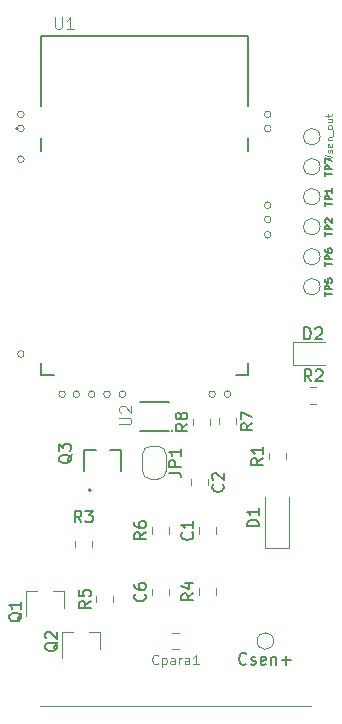
<source format=gbr>
G04 #@! TF.GenerationSoftware,KiCad,Pcbnew,(5.1.2-1)-1*
G04 #@! TF.CreationDate,2021-02-23T21:51:24+01:00*
G04 #@! TF.ProjectId,parasite,70617261-7369-4746-952e-6b696361645f,1.1.0*
G04 #@! TF.SameCoordinates,Original*
G04 #@! TF.FileFunction,Legend,Top*
G04 #@! TF.FilePolarity,Positive*
%FSLAX46Y46*%
G04 Gerber Fmt 4.6, Leading zero omitted, Abs format (unit mm)*
G04 Created by KiCad (PCBNEW (5.1.2-1)-1) date 2021-02-23 21:51:24*
%MOMM*%
%LPD*%
G04 APERTURE LIST*
%ADD10C,0.120000*%
%ADD11C,0.100000*%
%ADD12C,0.127000*%
%ADD13C,0.200000*%
%ADD14C,0.120124*%
%ADD15C,0.015000*%
%ADD16C,0.150000*%
%ADD17C,0.125000*%
G04 APERTURE END LIST*
D10*
X122682843Y-72600000D02*
G75*
G03X122682843Y-72600000I-282843J0D01*
G01*
X121382843Y-72600000D02*
G75*
G03X121382843Y-72600000I-282843J0D01*
G01*
X126082843Y-48900000D02*
G75*
G03X126082843Y-48900000I-282843J0D01*
G01*
X126082843Y-50100000D02*
G75*
G03X126082843Y-50100000I-282843J0D01*
G01*
X126082843Y-56600000D02*
G75*
G03X126082843Y-56600000I-282843J0D01*
G01*
X126082843Y-57800000D02*
G75*
G03X126082843Y-57800000I-282843J0D01*
G01*
X126082843Y-59100000D02*
G75*
G03X126082843Y-59100000I-282843J0D01*
G01*
X113782843Y-72600000D02*
G75*
G03X113782843Y-72600000I-282843J0D01*
G01*
X112482843Y-72600000D02*
G75*
G03X112482843Y-72600000I-282843J0D01*
G01*
X111182843Y-72600000D02*
G75*
G03X111182843Y-72600000I-282843J0D01*
G01*
X109882843Y-72600000D02*
G75*
G03X109882843Y-72600000I-282843J0D01*
G01*
X108682843Y-72600000D02*
G75*
G03X108682843Y-72600000I-282843J0D01*
G01*
X105182843Y-69200000D02*
G75*
G03X105182843Y-69200000I-282843J0D01*
G01*
X105182843Y-52700000D02*
G75*
G03X105182843Y-52700000I-282843J0D01*
G01*
X105182843Y-50100000D02*
G75*
G03X105182843Y-50100000I-282843J0D01*
G01*
X105182843Y-48900000D02*
G75*
G03X105182843Y-48900000I-282843J0D01*
G01*
X106500000Y-99000000D02*
X129500000Y-99000000D01*
D11*
X117800000Y-75700000D02*
G75*
G03X117800000Y-75700000I-100000J0D01*
G01*
D12*
X114950000Y-75750000D02*
X117450000Y-75750000D01*
X117450000Y-73250000D02*
X114950000Y-73250000D01*
X124150000Y-70950000D02*
X124150000Y-69925000D01*
X124150000Y-50875000D02*
X124150000Y-51975000D01*
X123105000Y-70950000D02*
X124150000Y-70950000D01*
X106650000Y-70950000D02*
X107695000Y-70950000D01*
X106650000Y-70950000D02*
X106650000Y-69925000D01*
X124150000Y-48165000D02*
X124150000Y-42250000D01*
X124150000Y-42250000D02*
X106650000Y-42250000D01*
X106650000Y-42250000D02*
X106650000Y-48165000D01*
X106650000Y-50875000D02*
X106650000Y-51975000D01*
D13*
X104700000Y-50100000D02*
G75*
G03X104700000Y-50100000I-100000J0D01*
G01*
X110840000Y-80740000D02*
G75*
G03X110840000Y-80740000I-100000J0D01*
G01*
D12*
X113399000Y-77340000D02*
X113399000Y-79140000D01*
X112449000Y-77340000D02*
X113399000Y-77340000D01*
X110281000Y-77340000D02*
X111231000Y-77340000D01*
X110281000Y-79140000D02*
X110281000Y-77340000D01*
D10*
X120910000Y-75196078D02*
X120910000Y-74678922D01*
X119490000Y-75196078D02*
X119490000Y-74678922D01*
X121690000Y-74641422D02*
X121690000Y-75158578D01*
X123110000Y-74641422D02*
X123110000Y-75158578D01*
X119290000Y-79803922D02*
X119290000Y-80321078D01*
X120710000Y-79803922D02*
X120710000Y-80321078D01*
X130240000Y-53340000D02*
G75*
G03X130240000Y-53340000I-700000J0D01*
G01*
X130240000Y-60960000D02*
G75*
G03X130240000Y-60960000I-700000J0D01*
G01*
X130240000Y-63500000D02*
G75*
G03X130240000Y-63500000I-700000J0D01*
G01*
X130240000Y-58420000D02*
G75*
G03X130240000Y-58420000I-700000J0D01*
G01*
X130240000Y-55880000D02*
G75*
G03X130240000Y-55880000I-700000J0D01*
G01*
X129403922Y-73410000D02*
X129921078Y-73410000D01*
X129403922Y-71990000D02*
X129921078Y-71990000D01*
X117200000Y-77700000D02*
X117200000Y-79100000D01*
X116500000Y-79800000D02*
X115900000Y-79800000D01*
X115200000Y-79100000D02*
X115200000Y-77700000D01*
X115900000Y-77000000D02*
X116500000Y-77000000D01*
X116500000Y-77000000D02*
G75*
G02X117200000Y-77700000I0J-700000D01*
G01*
X115200000Y-77700000D02*
G75*
G02X115900000Y-77000000I700000J0D01*
G01*
X115900000Y-79800000D02*
G75*
G02X115200000Y-79100000I0J700000D01*
G01*
X117200000Y-79100000D02*
G75*
G02X116500000Y-79800000I-700000J0D01*
G01*
X127935000Y-70105000D02*
X130620000Y-70105000D01*
X127935000Y-68185000D02*
X127935000Y-70105000D01*
X130620000Y-68185000D02*
X127935000Y-68185000D01*
X111580000Y-92740000D02*
X111580000Y-94200000D01*
X108420000Y-92740000D02*
X108420000Y-94900000D01*
X108420000Y-92740000D02*
X109350000Y-92740000D01*
X111580000Y-92740000D02*
X110650000Y-92740000D01*
X108530000Y-89240000D02*
X108530000Y-90700000D01*
X105370000Y-89240000D02*
X105370000Y-91400000D01*
X105370000Y-89240000D02*
X106300000Y-89240000D01*
X108530000Y-89240000D02*
X107600000Y-89240000D01*
X117741422Y-94210000D02*
X118258578Y-94210000D01*
X117741422Y-92790000D02*
X118258578Y-92790000D01*
X121410000Y-84396078D02*
X121410000Y-83878922D01*
X119990000Y-84396078D02*
X119990000Y-83878922D01*
X125600000Y-81300000D02*
X125600000Y-85600000D01*
X125600000Y-85600000D02*
X127600000Y-85600000D01*
X127600000Y-85600000D02*
X127600000Y-81300000D01*
X127310000Y-78121078D02*
X127310000Y-77603922D01*
X125890000Y-78121078D02*
X125890000Y-77603922D01*
X110910000Y-85003922D02*
X110910000Y-85521078D01*
X109490000Y-85003922D02*
X109490000Y-85521078D01*
X121410000Y-89558578D02*
X121410000Y-89041422D01*
X119990000Y-89558578D02*
X119990000Y-89041422D01*
X112710000Y-90196078D02*
X112710000Y-89678922D01*
X111290000Y-90196078D02*
X111290000Y-89678922D01*
X115990000Y-84396078D02*
X115990000Y-83878922D01*
X117410000Y-84396078D02*
X117410000Y-83878922D01*
X126300000Y-93500000D02*
G75*
G03X126300000Y-93500000I-700000J0D01*
G01*
X130240000Y-50800000D02*
G75*
G03X130240000Y-50800000I-700000J0D01*
G01*
X115990000Y-89621078D02*
X115990000Y-89103922D01*
X117410000Y-89621078D02*
X117410000Y-89103922D01*
D14*
X113252380Y-75161904D02*
X114061904Y-75161904D01*
X114157142Y-75114285D01*
X114204761Y-75066666D01*
X114252380Y-74971428D01*
X114252380Y-74780952D01*
X114204761Y-74685714D01*
X114157142Y-74638095D01*
X114061904Y-74590476D01*
X113252380Y-74590476D01*
X113347619Y-74161904D02*
X113300000Y-74114285D01*
X113252380Y-74019047D01*
X113252380Y-73780952D01*
X113300000Y-73685714D01*
X113347619Y-73638095D01*
X113442857Y-73590476D01*
X113538095Y-73590476D01*
X113680952Y-73638095D01*
X114252380Y-74209523D01*
X114252380Y-73590476D01*
D15*
X107813095Y-40677380D02*
X107813095Y-41486904D01*
X107860714Y-41582142D01*
X107908333Y-41629761D01*
X108003571Y-41677380D01*
X108194047Y-41677380D01*
X108289285Y-41629761D01*
X108336904Y-41582142D01*
X108384523Y-41486904D01*
X108384523Y-40677380D01*
X109384523Y-41677380D02*
X108813095Y-41677380D01*
X109098809Y-41677380D02*
X109098809Y-40677380D01*
X109003571Y-40820238D01*
X108908333Y-40915476D01*
X108813095Y-40963095D01*
D16*
X109212619Y-77700238D02*
X109165000Y-77795476D01*
X109069761Y-77890714D01*
X108926904Y-78033571D01*
X108879285Y-78128809D01*
X108879285Y-78224047D01*
X109117380Y-78176428D02*
X109069761Y-78271666D01*
X108974523Y-78366904D01*
X108784047Y-78414523D01*
X108450714Y-78414523D01*
X108260238Y-78366904D01*
X108165000Y-78271666D01*
X108117380Y-78176428D01*
X108117380Y-77985952D01*
X108165000Y-77890714D01*
X108260238Y-77795476D01*
X108450714Y-77747857D01*
X108784047Y-77747857D01*
X108974523Y-77795476D01*
X109069761Y-77890714D01*
X109117380Y-77985952D01*
X109117380Y-78176428D01*
X108117380Y-77414523D02*
X108117380Y-76795476D01*
X108498333Y-77128809D01*
X108498333Y-76985952D01*
X108545952Y-76890714D01*
X108593571Y-76843095D01*
X108688809Y-76795476D01*
X108926904Y-76795476D01*
X109022142Y-76843095D01*
X109069761Y-76890714D01*
X109117380Y-76985952D01*
X109117380Y-77271666D01*
X109069761Y-77366904D01*
X109022142Y-77414523D01*
X119002380Y-75104166D02*
X118526190Y-75437500D01*
X119002380Y-75675595D02*
X118002380Y-75675595D01*
X118002380Y-75294642D01*
X118050000Y-75199404D01*
X118097619Y-75151785D01*
X118192857Y-75104166D01*
X118335714Y-75104166D01*
X118430952Y-75151785D01*
X118478571Y-75199404D01*
X118526190Y-75294642D01*
X118526190Y-75675595D01*
X118430952Y-74532738D02*
X118383333Y-74627976D01*
X118335714Y-74675595D01*
X118240476Y-74723214D01*
X118192857Y-74723214D01*
X118097619Y-74675595D01*
X118050000Y-74627976D01*
X118002380Y-74532738D01*
X118002380Y-74342261D01*
X118050000Y-74247023D01*
X118097619Y-74199404D01*
X118192857Y-74151785D01*
X118240476Y-74151785D01*
X118335714Y-74199404D01*
X118383333Y-74247023D01*
X118430952Y-74342261D01*
X118430952Y-74532738D01*
X118478571Y-74627976D01*
X118526190Y-74675595D01*
X118621428Y-74723214D01*
X118811904Y-74723214D01*
X118907142Y-74675595D01*
X118954761Y-74627976D01*
X119002380Y-74532738D01*
X119002380Y-74342261D01*
X118954761Y-74247023D01*
X118907142Y-74199404D01*
X118811904Y-74151785D01*
X118621428Y-74151785D01*
X118526190Y-74199404D01*
X118478571Y-74247023D01*
X118430952Y-74342261D01*
X124502380Y-75066666D02*
X124026190Y-75400000D01*
X124502380Y-75638095D02*
X123502380Y-75638095D01*
X123502380Y-75257142D01*
X123550000Y-75161904D01*
X123597619Y-75114285D01*
X123692857Y-75066666D01*
X123835714Y-75066666D01*
X123930952Y-75114285D01*
X123978571Y-75161904D01*
X124026190Y-75257142D01*
X124026190Y-75638095D01*
X123502380Y-74733333D02*
X123502380Y-74066666D01*
X124502380Y-74495238D01*
X122007142Y-80229166D02*
X122054761Y-80276785D01*
X122102380Y-80419642D01*
X122102380Y-80514880D01*
X122054761Y-80657738D01*
X121959523Y-80752976D01*
X121864285Y-80800595D01*
X121673809Y-80848214D01*
X121530952Y-80848214D01*
X121340476Y-80800595D01*
X121245238Y-80752976D01*
X121150000Y-80657738D01*
X121102380Y-80514880D01*
X121102380Y-80419642D01*
X121150000Y-80276785D01*
X121197619Y-80229166D01*
X121197619Y-79848214D02*
X121150000Y-79800595D01*
X121102380Y-79705357D01*
X121102380Y-79467261D01*
X121150000Y-79372023D01*
X121197619Y-79324404D01*
X121292857Y-79276785D01*
X121388095Y-79276785D01*
X121530952Y-79324404D01*
X122102380Y-79895833D01*
X122102380Y-79276785D01*
X130659428Y-54097142D02*
X130659428Y-53754285D01*
X131259428Y-53925714D02*
X130659428Y-53925714D01*
X131259428Y-53554285D02*
X130659428Y-53554285D01*
X130659428Y-53325714D01*
X130688000Y-53268571D01*
X130716571Y-53240000D01*
X130773714Y-53211428D01*
X130859428Y-53211428D01*
X130916571Y-53240000D01*
X130945142Y-53268571D01*
X130973714Y-53325714D01*
X130973714Y-53554285D01*
X130659428Y-53011428D02*
X130659428Y-52611428D01*
X131259428Y-52868571D01*
X130659428Y-61717142D02*
X130659428Y-61374285D01*
X131259428Y-61545714D02*
X130659428Y-61545714D01*
X131259428Y-61174285D02*
X130659428Y-61174285D01*
X130659428Y-60945714D01*
X130688000Y-60888571D01*
X130716571Y-60860000D01*
X130773714Y-60831428D01*
X130859428Y-60831428D01*
X130916571Y-60860000D01*
X130945142Y-60888571D01*
X130973714Y-60945714D01*
X130973714Y-61174285D01*
X130659428Y-60317142D02*
X130659428Y-60431428D01*
X130688000Y-60488571D01*
X130716571Y-60517142D01*
X130802285Y-60574285D01*
X130916571Y-60602857D01*
X131145142Y-60602857D01*
X131202285Y-60574285D01*
X131230857Y-60545714D01*
X131259428Y-60488571D01*
X131259428Y-60374285D01*
X131230857Y-60317142D01*
X131202285Y-60288571D01*
X131145142Y-60260000D01*
X131002285Y-60260000D01*
X130945142Y-60288571D01*
X130916571Y-60317142D01*
X130888000Y-60374285D01*
X130888000Y-60488571D01*
X130916571Y-60545714D01*
X130945142Y-60574285D01*
X131002285Y-60602857D01*
X130659428Y-64257142D02*
X130659428Y-63914285D01*
X131259428Y-64085714D02*
X130659428Y-64085714D01*
X131259428Y-63714285D02*
X130659428Y-63714285D01*
X130659428Y-63485714D01*
X130688000Y-63428571D01*
X130716571Y-63400000D01*
X130773714Y-63371428D01*
X130859428Y-63371428D01*
X130916571Y-63400000D01*
X130945142Y-63428571D01*
X130973714Y-63485714D01*
X130973714Y-63714285D01*
X130659428Y-62828571D02*
X130659428Y-63114285D01*
X130945142Y-63142857D01*
X130916571Y-63114285D01*
X130888000Y-63057142D01*
X130888000Y-62914285D01*
X130916571Y-62857142D01*
X130945142Y-62828571D01*
X131002285Y-62800000D01*
X131145142Y-62800000D01*
X131202285Y-62828571D01*
X131230857Y-62857142D01*
X131259428Y-62914285D01*
X131259428Y-63057142D01*
X131230857Y-63114285D01*
X131202285Y-63142857D01*
X130659428Y-59177142D02*
X130659428Y-58834285D01*
X131259428Y-59005714D02*
X130659428Y-59005714D01*
X131259428Y-58634285D02*
X130659428Y-58634285D01*
X130659428Y-58405714D01*
X130688000Y-58348571D01*
X130716571Y-58320000D01*
X130773714Y-58291428D01*
X130859428Y-58291428D01*
X130916571Y-58320000D01*
X130945142Y-58348571D01*
X130973714Y-58405714D01*
X130973714Y-58634285D01*
X130716571Y-58062857D02*
X130688000Y-58034285D01*
X130659428Y-57977142D01*
X130659428Y-57834285D01*
X130688000Y-57777142D01*
X130716571Y-57748571D01*
X130773714Y-57720000D01*
X130830857Y-57720000D01*
X130916571Y-57748571D01*
X131259428Y-58091428D01*
X131259428Y-57720000D01*
X130659428Y-56637142D02*
X130659428Y-56294285D01*
X131259428Y-56465714D02*
X130659428Y-56465714D01*
X131259428Y-56094285D02*
X130659428Y-56094285D01*
X130659428Y-55865714D01*
X130688000Y-55808571D01*
X130716571Y-55780000D01*
X130773714Y-55751428D01*
X130859428Y-55751428D01*
X130916571Y-55780000D01*
X130945142Y-55808571D01*
X130973714Y-55865714D01*
X130973714Y-56094285D01*
X131259428Y-55180000D02*
X131259428Y-55522857D01*
X131259428Y-55351428D02*
X130659428Y-55351428D01*
X130745142Y-55408571D01*
X130802285Y-55465714D01*
X130830857Y-55522857D01*
X129495833Y-71502380D02*
X129162500Y-71026190D01*
X128924404Y-71502380D02*
X128924404Y-70502380D01*
X129305357Y-70502380D01*
X129400595Y-70550000D01*
X129448214Y-70597619D01*
X129495833Y-70692857D01*
X129495833Y-70835714D01*
X129448214Y-70930952D01*
X129400595Y-70978571D01*
X129305357Y-71026190D01*
X128924404Y-71026190D01*
X129876785Y-70597619D02*
X129924404Y-70550000D01*
X130019642Y-70502380D01*
X130257738Y-70502380D01*
X130352976Y-70550000D01*
X130400595Y-70597619D01*
X130448214Y-70692857D01*
X130448214Y-70788095D01*
X130400595Y-70930952D01*
X129829166Y-71502380D01*
X130448214Y-71502380D01*
X117452380Y-79233333D02*
X118166666Y-79233333D01*
X118309523Y-79280952D01*
X118404761Y-79376190D01*
X118452380Y-79519047D01*
X118452380Y-79614285D01*
X118452380Y-78757142D02*
X117452380Y-78757142D01*
X117452380Y-78376190D01*
X117500000Y-78280952D01*
X117547619Y-78233333D01*
X117642857Y-78185714D01*
X117785714Y-78185714D01*
X117880952Y-78233333D01*
X117928571Y-78280952D01*
X117976190Y-78376190D01*
X117976190Y-78757142D01*
X118452380Y-77233333D02*
X118452380Y-77804761D01*
X118452380Y-77519047D02*
X117452380Y-77519047D01*
X117595238Y-77614285D01*
X117690476Y-77709523D01*
X117738095Y-77804761D01*
X128881904Y-67947380D02*
X128881904Y-66947380D01*
X129120000Y-66947380D01*
X129262857Y-66995000D01*
X129358095Y-67090238D01*
X129405714Y-67185476D01*
X129453333Y-67375952D01*
X129453333Y-67518809D01*
X129405714Y-67709285D01*
X129358095Y-67804523D01*
X129262857Y-67899761D01*
X129120000Y-67947380D01*
X128881904Y-67947380D01*
X129834285Y-67042619D02*
X129881904Y-66995000D01*
X129977142Y-66947380D01*
X130215238Y-66947380D01*
X130310476Y-66995000D01*
X130358095Y-67042619D01*
X130405714Y-67137857D01*
X130405714Y-67233095D01*
X130358095Y-67375952D01*
X129786666Y-67947380D01*
X130405714Y-67947380D01*
X108047619Y-93595238D02*
X108000000Y-93690476D01*
X107904761Y-93785714D01*
X107761904Y-93928571D01*
X107714285Y-94023809D01*
X107714285Y-94119047D01*
X107952380Y-94071428D02*
X107904761Y-94166666D01*
X107809523Y-94261904D01*
X107619047Y-94309523D01*
X107285714Y-94309523D01*
X107095238Y-94261904D01*
X107000000Y-94166666D01*
X106952380Y-94071428D01*
X106952380Y-93880952D01*
X107000000Y-93785714D01*
X107095238Y-93690476D01*
X107285714Y-93642857D01*
X107619047Y-93642857D01*
X107809523Y-93690476D01*
X107904761Y-93785714D01*
X107952380Y-93880952D01*
X107952380Y-94071428D01*
X107047619Y-93261904D02*
X107000000Y-93214285D01*
X106952380Y-93119047D01*
X106952380Y-92880952D01*
X107000000Y-92785714D01*
X107047619Y-92738095D01*
X107142857Y-92690476D01*
X107238095Y-92690476D01*
X107380952Y-92738095D01*
X107952380Y-93309523D01*
X107952380Y-92690476D01*
X104997619Y-91095238D02*
X104950000Y-91190476D01*
X104854761Y-91285714D01*
X104711904Y-91428571D01*
X104664285Y-91523809D01*
X104664285Y-91619047D01*
X104902380Y-91571428D02*
X104854761Y-91666666D01*
X104759523Y-91761904D01*
X104569047Y-91809523D01*
X104235714Y-91809523D01*
X104045238Y-91761904D01*
X103950000Y-91666666D01*
X103902380Y-91571428D01*
X103902380Y-91380952D01*
X103950000Y-91285714D01*
X104045238Y-91190476D01*
X104235714Y-91142857D01*
X104569047Y-91142857D01*
X104759523Y-91190476D01*
X104854761Y-91285714D01*
X104902380Y-91380952D01*
X104902380Y-91571428D01*
X104902380Y-90190476D02*
X104902380Y-90761904D01*
X104902380Y-90476190D02*
X103902380Y-90476190D01*
X104045238Y-90571428D01*
X104140476Y-90666666D01*
X104188095Y-90761904D01*
D10*
X116533333Y-95385714D02*
X116495238Y-95423809D01*
X116380952Y-95461904D01*
X116304761Y-95461904D01*
X116190476Y-95423809D01*
X116114285Y-95347619D01*
X116076190Y-95271428D01*
X116038095Y-95119047D01*
X116038095Y-95004761D01*
X116076190Y-94852380D01*
X116114285Y-94776190D01*
X116190476Y-94700000D01*
X116304761Y-94661904D01*
X116380952Y-94661904D01*
X116495238Y-94700000D01*
X116533333Y-94738095D01*
X116876190Y-94928571D02*
X116876190Y-95728571D01*
X116876190Y-94966666D02*
X116952380Y-94928571D01*
X117104761Y-94928571D01*
X117180952Y-94966666D01*
X117219047Y-95004761D01*
X117257142Y-95080952D01*
X117257142Y-95309523D01*
X117219047Y-95385714D01*
X117180952Y-95423809D01*
X117104761Y-95461904D01*
X116952380Y-95461904D01*
X116876190Y-95423809D01*
X117942857Y-95461904D02*
X117942857Y-95042857D01*
X117904761Y-94966666D01*
X117828571Y-94928571D01*
X117676190Y-94928571D01*
X117600000Y-94966666D01*
X117942857Y-95423809D02*
X117866666Y-95461904D01*
X117676190Y-95461904D01*
X117600000Y-95423809D01*
X117561904Y-95347619D01*
X117561904Y-95271428D01*
X117600000Y-95195238D01*
X117676190Y-95157142D01*
X117866666Y-95157142D01*
X117942857Y-95119047D01*
X118323809Y-95461904D02*
X118323809Y-94928571D01*
X118323809Y-95080952D02*
X118361904Y-95004761D01*
X118400000Y-94966666D01*
X118476190Y-94928571D01*
X118552380Y-94928571D01*
X119161904Y-95461904D02*
X119161904Y-95042857D01*
X119123809Y-94966666D01*
X119047619Y-94928571D01*
X118895238Y-94928571D01*
X118819047Y-94966666D01*
X119161904Y-95423809D02*
X119085714Y-95461904D01*
X118895238Y-95461904D01*
X118819047Y-95423809D01*
X118780952Y-95347619D01*
X118780952Y-95271428D01*
X118819047Y-95195238D01*
X118895238Y-95157142D01*
X119085714Y-95157142D01*
X119161904Y-95119047D01*
X119961904Y-95461904D02*
X119504761Y-95461904D01*
X119733333Y-95461904D02*
X119733333Y-94661904D01*
X119657142Y-94776190D01*
X119580952Y-94852380D01*
X119504761Y-94890476D01*
D16*
X119407142Y-84304166D02*
X119454761Y-84351785D01*
X119502380Y-84494642D01*
X119502380Y-84589880D01*
X119454761Y-84732738D01*
X119359523Y-84827976D01*
X119264285Y-84875595D01*
X119073809Y-84923214D01*
X118930952Y-84923214D01*
X118740476Y-84875595D01*
X118645238Y-84827976D01*
X118550000Y-84732738D01*
X118502380Y-84589880D01*
X118502380Y-84494642D01*
X118550000Y-84351785D01*
X118597619Y-84304166D01*
X119502380Y-83351785D02*
X119502380Y-83923214D01*
X119502380Y-83637500D02*
X118502380Y-83637500D01*
X118645238Y-83732738D01*
X118740476Y-83827976D01*
X118788095Y-83923214D01*
X125052380Y-83788095D02*
X124052380Y-83788095D01*
X124052380Y-83550000D01*
X124100000Y-83407142D01*
X124195238Y-83311904D01*
X124290476Y-83264285D01*
X124480952Y-83216666D01*
X124623809Y-83216666D01*
X124814285Y-83264285D01*
X124909523Y-83311904D01*
X125004761Y-83407142D01*
X125052380Y-83550000D01*
X125052380Y-83788095D01*
X125052380Y-82264285D02*
X125052380Y-82835714D01*
X125052380Y-82550000D02*
X124052380Y-82550000D01*
X124195238Y-82645238D01*
X124290476Y-82740476D01*
X124338095Y-82835714D01*
X125402380Y-78029166D02*
X124926190Y-78362500D01*
X125402380Y-78600595D02*
X124402380Y-78600595D01*
X124402380Y-78219642D01*
X124450000Y-78124404D01*
X124497619Y-78076785D01*
X124592857Y-78029166D01*
X124735714Y-78029166D01*
X124830952Y-78076785D01*
X124878571Y-78124404D01*
X124926190Y-78219642D01*
X124926190Y-78600595D01*
X125402380Y-77076785D02*
X125402380Y-77648214D01*
X125402380Y-77362500D02*
X124402380Y-77362500D01*
X124545238Y-77457738D01*
X124640476Y-77552976D01*
X124688095Y-77648214D01*
X110033333Y-83452380D02*
X109700000Y-82976190D01*
X109461904Y-83452380D02*
X109461904Y-82452380D01*
X109842857Y-82452380D01*
X109938095Y-82500000D01*
X109985714Y-82547619D01*
X110033333Y-82642857D01*
X110033333Y-82785714D01*
X109985714Y-82880952D01*
X109938095Y-82928571D01*
X109842857Y-82976190D01*
X109461904Y-82976190D01*
X110366666Y-82452380D02*
X110985714Y-82452380D01*
X110652380Y-82833333D01*
X110795238Y-82833333D01*
X110890476Y-82880952D01*
X110938095Y-82928571D01*
X110985714Y-83023809D01*
X110985714Y-83261904D01*
X110938095Y-83357142D01*
X110890476Y-83404761D01*
X110795238Y-83452380D01*
X110509523Y-83452380D01*
X110414285Y-83404761D01*
X110366666Y-83357142D01*
X119502380Y-89466666D02*
X119026190Y-89800000D01*
X119502380Y-90038095D02*
X118502380Y-90038095D01*
X118502380Y-89657142D01*
X118550000Y-89561904D01*
X118597619Y-89514285D01*
X118692857Y-89466666D01*
X118835714Y-89466666D01*
X118930952Y-89514285D01*
X118978571Y-89561904D01*
X119026190Y-89657142D01*
X119026190Y-90038095D01*
X118835714Y-88609523D02*
X119502380Y-88609523D01*
X118454761Y-88847619D02*
X119169047Y-89085714D01*
X119169047Y-88466666D01*
X110802380Y-90104166D02*
X110326190Y-90437500D01*
X110802380Y-90675595D02*
X109802380Y-90675595D01*
X109802380Y-90294642D01*
X109850000Y-90199404D01*
X109897619Y-90151785D01*
X109992857Y-90104166D01*
X110135714Y-90104166D01*
X110230952Y-90151785D01*
X110278571Y-90199404D01*
X110326190Y-90294642D01*
X110326190Y-90675595D01*
X109802380Y-89199404D02*
X109802380Y-89675595D01*
X110278571Y-89723214D01*
X110230952Y-89675595D01*
X110183333Y-89580357D01*
X110183333Y-89342261D01*
X110230952Y-89247023D01*
X110278571Y-89199404D01*
X110373809Y-89151785D01*
X110611904Y-89151785D01*
X110707142Y-89199404D01*
X110754761Y-89247023D01*
X110802380Y-89342261D01*
X110802380Y-89580357D01*
X110754761Y-89675595D01*
X110707142Y-89723214D01*
X115502380Y-84304166D02*
X115026190Y-84637500D01*
X115502380Y-84875595D02*
X114502380Y-84875595D01*
X114502380Y-84494642D01*
X114550000Y-84399404D01*
X114597619Y-84351785D01*
X114692857Y-84304166D01*
X114835714Y-84304166D01*
X114930952Y-84351785D01*
X114978571Y-84399404D01*
X115026190Y-84494642D01*
X115026190Y-84875595D01*
X114502380Y-83447023D02*
X114502380Y-83637500D01*
X114550000Y-83732738D01*
X114597619Y-83780357D01*
X114740476Y-83875595D01*
X114930952Y-83923214D01*
X115311904Y-83923214D01*
X115407142Y-83875595D01*
X115454761Y-83827976D01*
X115502380Y-83732738D01*
X115502380Y-83542261D01*
X115454761Y-83447023D01*
X115407142Y-83399404D01*
X115311904Y-83351785D01*
X115073809Y-83351785D01*
X114978571Y-83399404D01*
X114930952Y-83447023D01*
X114883333Y-83542261D01*
X114883333Y-83732738D01*
X114930952Y-83827976D01*
X114978571Y-83875595D01*
X115073809Y-83923214D01*
X124004761Y-95407142D02*
X123957142Y-95454761D01*
X123814285Y-95502380D01*
X123719047Y-95502380D01*
X123576190Y-95454761D01*
X123480952Y-95359523D01*
X123433333Y-95264285D01*
X123385714Y-95073809D01*
X123385714Y-94930952D01*
X123433333Y-94740476D01*
X123480952Y-94645238D01*
X123576190Y-94550000D01*
X123719047Y-94502380D01*
X123814285Y-94502380D01*
X123957142Y-94550000D01*
X124004761Y-94597619D01*
X124385714Y-95454761D02*
X124480952Y-95502380D01*
X124671428Y-95502380D01*
X124766666Y-95454761D01*
X124814285Y-95359523D01*
X124814285Y-95311904D01*
X124766666Y-95216666D01*
X124671428Y-95169047D01*
X124528571Y-95169047D01*
X124433333Y-95121428D01*
X124385714Y-95026190D01*
X124385714Y-94978571D01*
X124433333Y-94883333D01*
X124528571Y-94835714D01*
X124671428Y-94835714D01*
X124766666Y-94883333D01*
X125623809Y-95454761D02*
X125528571Y-95502380D01*
X125338095Y-95502380D01*
X125242857Y-95454761D01*
X125195238Y-95359523D01*
X125195238Y-94978571D01*
X125242857Y-94883333D01*
X125338095Y-94835714D01*
X125528571Y-94835714D01*
X125623809Y-94883333D01*
X125671428Y-94978571D01*
X125671428Y-95073809D01*
X125195238Y-95169047D01*
X126100000Y-94835714D02*
X126100000Y-95502380D01*
X126100000Y-94930952D02*
X126147619Y-94883333D01*
X126242857Y-94835714D01*
X126385714Y-94835714D01*
X126480952Y-94883333D01*
X126528571Y-94978571D01*
X126528571Y-95502380D01*
X127004761Y-95121428D02*
X127766666Y-95121428D01*
X127385714Y-95502380D02*
X127385714Y-94740476D01*
D17*
X130671428Y-52714285D02*
X131271428Y-52514285D01*
X130671428Y-52314285D01*
X131242857Y-52142857D02*
X131271428Y-52085714D01*
X131271428Y-51971428D01*
X131242857Y-51914285D01*
X131185714Y-51885714D01*
X131157142Y-51885714D01*
X131100000Y-51914285D01*
X131071428Y-51971428D01*
X131071428Y-52057142D01*
X131042857Y-52114285D01*
X130985714Y-52142857D01*
X130957142Y-52142857D01*
X130900000Y-52114285D01*
X130871428Y-52057142D01*
X130871428Y-51971428D01*
X130900000Y-51914285D01*
X131242857Y-51400000D02*
X131271428Y-51457142D01*
X131271428Y-51571428D01*
X131242857Y-51628571D01*
X131185714Y-51657142D01*
X130957142Y-51657142D01*
X130900000Y-51628571D01*
X130871428Y-51571428D01*
X130871428Y-51457142D01*
X130900000Y-51400000D01*
X130957142Y-51371428D01*
X131014285Y-51371428D01*
X131071428Y-51657142D01*
X130871428Y-51114285D02*
X131271428Y-51114285D01*
X130928571Y-51114285D02*
X130900000Y-51085714D01*
X130871428Y-51028571D01*
X130871428Y-50942857D01*
X130900000Y-50885714D01*
X130957142Y-50857142D01*
X131271428Y-50857142D01*
X131328571Y-50714285D02*
X131328571Y-50257142D01*
X131271428Y-50028571D02*
X131242857Y-50085714D01*
X131214285Y-50114285D01*
X131157142Y-50142857D01*
X130985714Y-50142857D01*
X130928571Y-50114285D01*
X130900000Y-50085714D01*
X130871428Y-50028571D01*
X130871428Y-49942857D01*
X130900000Y-49885714D01*
X130928571Y-49857142D01*
X130985714Y-49828571D01*
X131157142Y-49828571D01*
X131214285Y-49857142D01*
X131242857Y-49885714D01*
X131271428Y-49942857D01*
X131271428Y-50028571D01*
X130871428Y-49314285D02*
X131271428Y-49314285D01*
X130871428Y-49571428D02*
X131185714Y-49571428D01*
X131242857Y-49542857D01*
X131271428Y-49485714D01*
X131271428Y-49400000D01*
X131242857Y-49342857D01*
X131214285Y-49314285D01*
X130871428Y-49114285D02*
X130871428Y-48885714D01*
X130671428Y-49028571D02*
X131185714Y-49028571D01*
X131242857Y-49000000D01*
X131271428Y-48942857D01*
X131271428Y-48885714D01*
D16*
X115407142Y-89529166D02*
X115454761Y-89576785D01*
X115502380Y-89719642D01*
X115502380Y-89814880D01*
X115454761Y-89957738D01*
X115359523Y-90052976D01*
X115264285Y-90100595D01*
X115073809Y-90148214D01*
X114930952Y-90148214D01*
X114740476Y-90100595D01*
X114645238Y-90052976D01*
X114550000Y-89957738D01*
X114502380Y-89814880D01*
X114502380Y-89719642D01*
X114550000Y-89576785D01*
X114597619Y-89529166D01*
X114502380Y-88672023D02*
X114502380Y-88862500D01*
X114550000Y-88957738D01*
X114597619Y-89005357D01*
X114740476Y-89100595D01*
X114930952Y-89148214D01*
X115311904Y-89148214D01*
X115407142Y-89100595D01*
X115454761Y-89052976D01*
X115502380Y-88957738D01*
X115502380Y-88767261D01*
X115454761Y-88672023D01*
X115407142Y-88624404D01*
X115311904Y-88576785D01*
X115073809Y-88576785D01*
X114978571Y-88624404D01*
X114930952Y-88672023D01*
X114883333Y-88767261D01*
X114883333Y-88957738D01*
X114930952Y-89052976D01*
X114978571Y-89100595D01*
X115073809Y-89148214D01*
M02*

</source>
